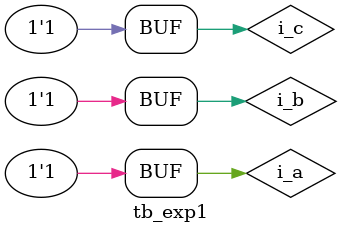
<source format=v>
module tb_exp1;
reg i_a;
reg i_b;
reg i_c;
wire o_l1;
wire o_l2;
wire o_x;
wire o_y;
wire o_z;

initial begin
    i_a = 1'b0;
    i_b = 1'b0;
    i_c = 1'b0;
    
    #100;  // 100ns
    i_a = 1'b0;
    i_b = 1'b0;
    i_c = 1'b1;
        
    #100;  // 200ns
    i_a = 1'b0;
    i_b = 1'b1;
    i_c = 1'b0;

    #100;  // 300ns
    i_a = 1'b0;
    i_b = 1'b1;
    i_c = 1'b1;

    #100;  // 400ns
    i_a = 1'b1;
    i_b = 1'b0;
    i_c = 1'b0;

    #100;  // 500ns
    i_a = 1'b1;
    i_b = 1'b0;
    i_c = 1'b1;        

    #100;  // 600ns
    i_a = 1'b1;
    i_b = 1'b1;
    i_c = 1'b0;

    #100;  // 700ns
    i_a = 1'b1;
    i_b = 1'b1;
    i_c = 1'b1;
end

exp1 dut(.mode_task(1'bx),  // ** MODIFY HERE **
         .mode_subtask(2'bxx), // ** MODIFY HERE **
         .signal_a(i_a),
         .signal_b(i_b),
         .signal_c(i_c),
         .signal_l1(o_l1),
         .signal_l2(o_l2),
         .signal_x(o_x),
         .signal_y(o_y),
         .signal_z(o_z)
);

endmodule

</source>
